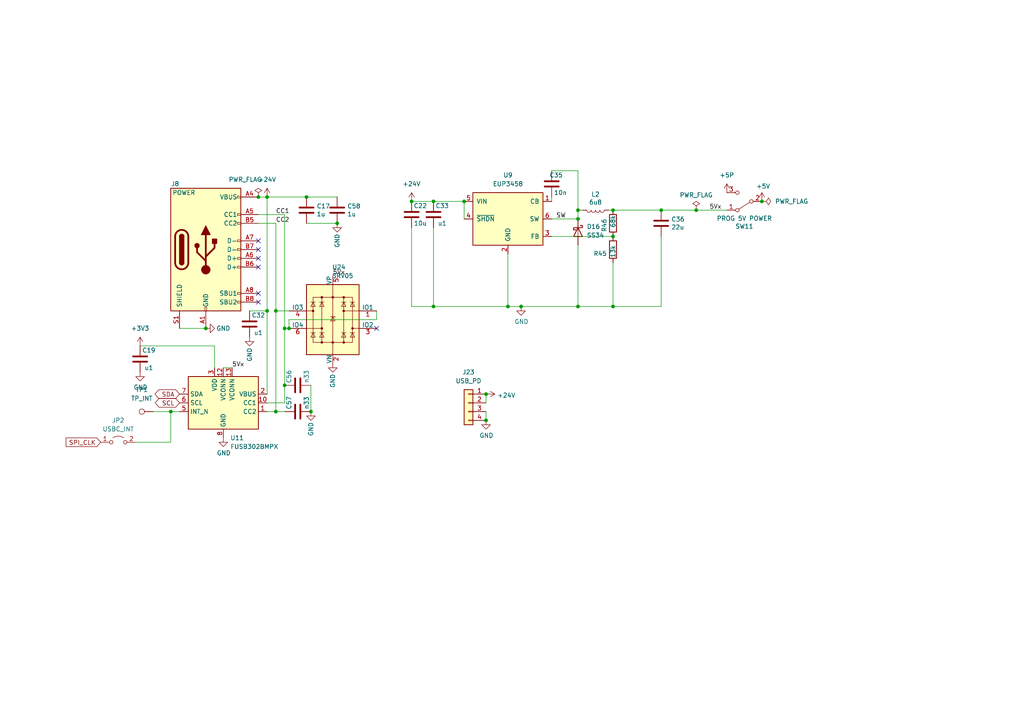
<source format=kicad_sch>
(kicad_sch (version 20211123) (generator eeschema)
  (paper "A4")
  (lib_symbols
    (symbol "Connector:TestPoint" (pin_numbers hide) (pin_names (offset 0.762) hide)
      (property "Reference" "TP" (at 0 6.858 0))
      (property "Value" "TestPoint" (at 0 5.08 0))
      (symbol "TestPoint_0_1"
        (circle (center 0 3.302) (radius 0.762))
      )
      (symbol "TestPoint_1_1"
        (pin passive line (at 0 0 90) (length 2.54) (name "1") (number "1"))
      )
    )
    (symbol "Connector:USB_C_Receptacle_USB2.0" (pin_names (offset 1.016))
      (property "Reference" "J" (at -10.16 19.05 0))
      (property "Value" "USB_C_Receptacle_USB2.0" (at 19.05 19.05 0))
      (symbol "USB_C_Receptacle_USB2.0_0_0"
        (rectangle (start -0.254 -17.78) (end 0.254 -16.764))
        (rectangle (start 10.16 -14.986) (end 9.144 -15.494))
        (rectangle (start 10.16 -12.446) (end 9.144 -12.954))
        (rectangle (start 10.16 -4.826) (end 9.144 -5.334))
        (rectangle (start 10.16 -2.286) (end 9.144 -2.794))
        (rectangle (start 10.16 0.254) (end 9.144 -0.254))
        (rectangle (start 10.16 2.794) (end 9.144 2.286))
        (rectangle (start 10.16 7.874) (end 9.144 7.366))
        (rectangle (start 10.16 10.414) (end 9.144 9.906))
        (rectangle (start 10.16 15.494) (end 9.144 14.986))
      )
      (symbol "USB_C_Receptacle_USB2.0_0_1"
        (rectangle (start -10.16 17.78) (end 10.16 -17.78) (stroke (width 0.254)) (fill (type background)))
        (arc (start -8.89 -3.81) (mid -6.985 -5.715) (end -5.08 -3.81) (stroke (width 0.508)))
        (arc (start -7.62 -3.81) (mid -6.985 -4.445) (end -6.35 -3.81) (stroke (width 0.254)))
        (arc (start -7.62 -3.81) (mid -6.985 -4.445) (end -6.35 -3.81) (stroke (width 0.254)) (fill (type outline)))
        (rectangle (start -7.62 -3.81) (end -6.35 3.81) (stroke (width 0.254)) (fill (type outline)))
        (arc (start -6.35 3.81) (mid -6.985 4.445) (end -7.62 3.81) (stroke (width 0.254)))
        (arc (start -6.35 3.81) (mid -6.985 4.445) (end -7.62 3.81) (stroke (width 0.254)) (fill (type outline)))
        (arc (start -5.08 3.81) (mid -6.985 5.715) (end -8.89 3.81) (stroke (width 0.508)))
        (circle (center -2.54 1.143) (radius 0.635) (stroke (width 0.254)) (fill (type outline)))
        (circle (center 0 -5.842) (radius 1.27) (fill (type outline)))
        (polyline (pts (xy -8.89 -3.81) (xy -8.89 3.81)) (stroke (width 0.508)))
        (polyline (pts (xy -5.08 3.81) (xy -5.08 -3.81)) (stroke (width 0.508)))
        (polyline (pts (xy 0 -5.842) (xy 0 4.318)) (stroke (width 0.508)))
        (polyline (pts (xy 0 -3.302) (xy -2.54 -0.762) (xy -2.54 0.508)) (stroke (width 0.508)))
        (polyline (pts (xy 0 -2.032) (xy 2.54 0.508) (xy 2.54 1.778)) (stroke (width 0.508)))
        (polyline (pts (xy -1.27 4.318) (xy 0 6.858) (xy 1.27 4.318) (xy -1.27 4.318)) (stroke (width 0.254)) (fill (type outline)))
        (rectangle (start 1.905 1.778) (end 3.175 3.048) (stroke (width 0.254)) (fill (type outline)))
      )
      (symbol "USB_C_Receptacle_USB2.0_1_1"
        (pin passive line (at 0 -22.86 90) (length 5.08) (name "GND") (number "A1"))
        (pin passive line (at 0 -22.86 90) (length 5.08) hide (name "GND") (number "A12"))
        (pin passive line (at 15.24 15.24 180) (length 5.08) (name "VBUS") (number "A4"))
        (pin bidirectional line (at 15.24 10.16 180) (length 5.08) (name "CC1") (number "A5"))
        (pin bidirectional line (at 15.24 -2.54 180) (length 5.08) (name "D+") (number "A6"))
        (pin bidirectional line (at 15.24 2.54 180) (length 5.08) (name "D-") (number "A7"))
        (pin bidirectional line (at 15.24 -12.7 180) (length 5.08) (name "SBU1") (number "A8"))
        (pin passive line (at 15.24 15.24 180) (length 5.08) hide (name "VBUS") (number "A9"))
        (pin passive line (at 0 -22.86 90) (length 5.08) hide (name "GND") (number "B1"))
        (pin passive line (at 0 -22.86 90) (length 5.08) hide (name "GND") (number "B12"))
        (pin passive line (at 15.24 15.24 180) (length 5.08) hide (name "VBUS") (number "B4"))
        (pin bidirectional line (at 15.24 7.62 180) (length 5.08) (name "CC2") (number "B5"))
        (pin bidirectional line (at 15.24 -5.08 180) (length 5.08) (name "D+") (number "B6"))
        (pin bidirectional line (at 15.24 0 180) (length 5.08) (name "D-") (number "B7"))
        (pin bidirectional line (at 15.24 -15.24 180) (length 5.08) (name "SBU2") (number "B8"))
        (pin passive line (at 15.24 15.24 180) (length 5.08) hide (name "VBUS") (number "B9"))
        (pin passive line (at -7.62 -22.86 90) (length 5.08) (name "SHIELD") (number "S1"))
      )
    )
    (symbol "Connector_Generic:Conn_01x04" (pin_names (offset 1.016) hide)
      (property "Reference" "J" (at 0 5.08 0))
      (property "Value" "Conn_01x04" (at 0 -7.62 0))
      (symbol "Conn_01x04_1_1"
        (rectangle (start -1.27 -4.953) (end 0 -5.207) (stroke (width 0.1524)))
        (rectangle (start -1.27 -2.413) (end 0 -2.667) (stroke (width 0.1524)))
        (rectangle (start -1.27 0.127) (end 0 -0.127) (stroke (width 0.1524)))
        (rectangle (start -1.27 2.667) (end 0 2.413) (stroke (width 0.1524)))
        (rectangle (start -1.27 3.81) (end 1.27 -6.35) (stroke (width 0.254)) (fill (type background)))
        (pin passive line (at -5.08 2.54 0) (length 3.81) (name "Pin_1") (number "1"))
        (pin passive line (at -5.08 0 0) (length 3.81) (name "Pin_2") (number "2"))
        (pin passive line (at -5.08 -2.54 0) (length 3.81) (name "Pin_3") (number "3"))
        (pin passive line (at -5.08 -5.08 0) (length 3.81) (name "Pin_4") (number "4"))
      )
    )
    (symbol "Device:C" (pin_numbers hide) (pin_names (offset 0.254))
      (property "Reference" "C" (at 0.635 2.54 0))
      (property "Value" "C" (at 0.635 -2.54 0))
      (symbol "C_0_1"
        (polyline (pts (xy -2.032 -0.762) (xy 2.032 -0.762)) (stroke (width 0.508)))
        (polyline (pts (xy -2.032 0.762) (xy 2.032 0.762)) (stroke (width 0.508)))
      )
      (symbol "C_1_1"
        (pin passive line (at 0 3.81 270) (length 2.794) (name "~") (number "1"))
        (pin passive line (at 0 -3.81 90) (length 2.794) (name "~") (number "2"))
      )
    )
    (symbol "Device:D_Schottky" (pin_numbers hide) (pin_names (offset 1.016) hide)
      (property "Reference" "D" (at 0 2.54 0))
      (property "Value" "D_Schottky" (at 0 -2.54 0))
      (symbol "D_Schottky_0_1"
        (polyline (pts (xy 1.27 0) (xy -1.27 0)))
        (polyline (pts (xy 1.27 1.27) (xy 1.27 -1.27) (xy -1.27 0) (xy 1.27 1.27)) (stroke (width 0.254)))
        (polyline (pts (xy -1.905 0.635) (xy -1.905 1.27) (xy -1.27 1.27) (xy -1.27 -1.27) (xy -0.635 -1.27) (xy -0.635 -0.635)) (stroke (width 0.254)))
      )
      (symbol "D_Schottky_1_1"
        (pin passive line (at -3.81 0 0) (length 2.54) (name "K") (number "1"))
        (pin passive line (at 3.81 0 180) (length 2.54) (name "A") (number "2"))
      )
    )
    (symbol "Device:L" (pin_numbers hide) (pin_names (offset 1.016) hide)
      (property "Reference" "L" (at -1.27 0 90))
      (property "Value" "L" (at 1.905 0 90))
      (symbol "L_0_1"
        (arc (start 0 -2.54) (mid 0.635 -1.905) (end 0 -1.27))
        (arc (start 0 -1.27) (mid 0.635 -0.635) (end 0 0))
        (arc (start 0 0) (mid 0.635 0.635) (end 0 1.27))
        (arc (start 0 1.27) (mid 0.635 1.905) (end 0 2.54))
      )
      (symbol "L_1_1"
        (pin passive line (at 0 3.81 270) (length 1.27) (name "1") (number "1"))
        (pin passive line (at 0 -3.81 90) (length 1.27) (name "2") (number "2"))
      )
    )
    (symbol "Device:R" (pin_numbers hide) (pin_names (offset 0))
      (property "Reference" "R" (at 2.032 0 90))
      (property "Value" "R" (at 0 0 90))
      (symbol "R_0_1"
        (rectangle (start -1.016 -2.54) (end 1.016 2.54) (stroke (width 0.254)))
      )
      (symbol "R_1_1"
        (pin passive line (at 0 3.81 270) (length 1.27) (name "~") (number "1"))
        (pin passive line (at 0 -3.81 90) (length 1.27) (name "~") (number "2"))
      )
    )
    (symbol "Interface_USB:FUSB302BMPX"
      (property "Reference" "U" (at -10.16 8.89 0))
      (property "Value" "FUSB302BMPX" (at 3.81 8.89 0))
      (symbol "FUSB302BMPX_0_1"
        (rectangle (start -10.16 7.62) (end 10.16 -7.62) (stroke (width 0.254)) (fill (type background)))
      )
      (symbol "FUSB302BMPX_1_1"
        (pin bidirectional line (at 12.7 -2.54 180) (length 2.54) (name "CC2") (number "1"))
        (pin bidirectional line (at 12.7 0 180) (length 2.54) (name "CC1") (number "10"))
        (pin bidirectional line (at 12.7 0 180) (length 2.54) hide (name "CC1") (number "11"))
        (pin power_in line (at 0 10.16 270) (length 2.54) (name "VCONN") (number "12"))
        (pin power_in line (at 2.54 10.16 270) (length 2.54) (name "VCONN") (number "13"))
        (pin bidirectional line (at 12.7 -2.54 180) (length 2.54) hide (name "CC2") (number "14"))
        (pin passive line (at 0 -10.16 90) (length 2.54) hide (name "GND") (number "15"))
        (pin input line (at 12.7 2.54 180) (length 2.54) (name "VBUS") (number "2"))
        (pin power_in line (at -2.54 10.16 270) (length 2.54) (name "VDD") (number "3"))
        (pin passive line (at -2.54 10.16 270) (length 2.54) hide (name "VDD") (number "4"))
        (pin open_collector line (at -12.7 -2.54 0) (length 2.54) (name "INT_N") (number "5"))
        (pin input line (at -12.7 0 0) (length 2.54) (name "SCL") (number "6"))
        (pin bidirectional line (at -12.7 2.54 0) (length 2.54) (name "SDA") (number "7"))
        (pin power_in line (at 0 -10.16 90) (length 2.54) (name "GND") (number "8"))
        (pin passive line (at 0 -10.16 90) (length 2.54) hide (name "GND") (number "9"))
      )
    )
    (symbol "Jumper:Jumper_2_Open" (pin_names (offset 0) hide)
      (property "Reference" "JP" (at 0 2.794 0))
      (property "Value" "Jumper_2_Open" (at 0 -2.286 0))
      (symbol "Jumper_2_Open_0_0"
        (circle (center -2.032 0) (radius 0.508))
        (circle (center 2.032 0) (radius 0.508))
      )
      (symbol "Jumper_2_Open_0_1"
        (arc (start 1.524 1.27) (mid 0 1.778) (end -1.524 1.27))
      )
      (symbol "Jumper_2_Open_1_1"
        (pin passive line (at -5.08 0 0) (length 2.54) (name "A") (number "1"))
        (pin passive line (at 5.08 0 180) (length 2.54) (name "B") (number "2"))
      )
    )
    (symbol "Power_Protection:SRV05-4" (pin_names (offset 0))
      (property "Reference" "U" (at -5.08 11.43 0))
      (property "Value" "SRV05-4" (at 2.54 11.43 0))
      (symbol "SRV05-4_0_0"
        (rectangle (start -5.715 6.477) (end 5.715 -6.604))
        (polyline (pts (xy -3.175 -6.604) (xy -3.175 6.477)))
        (polyline (pts (xy 3.175 6.477) (xy 3.175 -6.604)))
      )
      (symbol "SRV05-4_0_1"
        (rectangle (start -7.62 10.16) (end 7.62 -10.16) (stroke (width 0.254)) (fill (type background)))
        (circle (center -5.715 -2.54) (radius 0.2794) (fill (type outline)))
        (circle (center -3.175 -6.604) (radius 0.2794) (fill (type outline)))
        (circle (center -3.175 2.54) (radius 0.2794) (fill (type outline)))
        (circle (center -3.175 6.477) (radius 0.2794) (fill (type outline)))
        (circle (center 0 -6.604) (radius 0.2794) (fill (type outline)))
        (polyline (pts (xy -7.747 2.54) (xy -3.175 2.54)))
        (polyline (pts (xy -7.62 -2.54) (xy -5.715 -2.54)))
        (polyline (pts (xy -5.08 -3.81) (xy -6.35 -3.81)))
        (polyline (pts (xy -5.08 5.08) (xy -6.35 5.08)))
        (polyline (pts (xy -2.54 -3.81) (xy -3.81 -3.81)))
        (polyline (pts (xy -2.54 5.08) (xy -3.81 5.08)))
        (polyline (pts (xy 0 10.16) (xy 0 -10.16)))
        (polyline (pts (xy 3.81 -3.81) (xy 2.54 -3.81)))
        (polyline (pts (xy 3.81 5.08) (xy 2.54 5.08)))
        (polyline (pts (xy 6.35 -3.81) (xy 5.08 -3.81)))
        (polyline (pts (xy 6.35 5.08) (xy 5.08 5.08)))
        (polyline (pts (xy 7.62 -2.54) (xy 3.175 -2.54)))
        (polyline (pts (xy 7.62 2.54) (xy 5.715 2.54)))
        (polyline (pts (xy 0.635 0.889) (xy -0.635 0.889) (xy -0.635 0.635)))
        (polyline (pts (xy -5.08 -5.08) (xy -6.35 -5.08) (xy -5.715 -3.81) (xy -5.08 -5.08)))
        (polyline (pts (xy -5.08 3.81) (xy -6.35 3.81) (xy -5.715 5.08) (xy -5.08 3.81)))
        (polyline (pts (xy -2.54 -5.08) (xy -3.81 -5.08) (xy -3.175 -3.81) (xy -2.54 -5.08)))
        (polyline (pts (xy -2.54 3.81) (xy -3.81 3.81) (xy -3.175 5.08) (xy -2.54 3.81)))
        (polyline (pts (xy 0.635 -0.381) (xy -0.635 -0.381) (xy 0 0.889) (xy 0.635 -0.381)))
        (polyline (pts (xy 3.81 -5.08) (xy 2.54 -5.08) (xy 3.175 -3.81) (xy 3.81 -5.08)))
        (polyline (pts (xy 3.81 3.81) (xy 2.54 3.81) (xy 3.175 5.08) (xy 3.81 3.81)))
        (polyline (pts (xy 6.35 -5.08) (xy 5.08 -5.08) (xy 5.715 -3.81) (xy 6.35 -5.08)))
        (polyline (pts (xy 6.35 3.81) (xy 5.08 3.81) (xy 5.715 5.08) (xy 6.35 3.81)))
        (circle (center 0 6.477) (radius 0.2794) (fill (type outline)))
        (circle (center 3.175 -6.604) (radius 0.2794) (fill (type outline)))
        (circle (center 3.175 -2.54) (radius 0.2794) (fill (type outline)))
        (circle (center 3.175 6.477) (radius 0.2794) (fill (type outline)))
        (circle (center 5.715 2.54) (radius 0.2794) (fill (type outline)))
      )
      (symbol "SRV05-4_1_1"
        (pin passive line (at -12.7 2.54 0) (length 5.08) (name "IO1") (number "1"))
        (pin passive line (at 0 -12.7 90) (length 2.54) (name "VN") (number "2"))
        (pin passive line (at -12.7 -2.54 0) (length 5.08) (name "IO2") (number "3"))
        (pin passive line (at 12.7 2.54 180) (length 5.08) (name "IO3") (number "4"))
        (pin passive line (at 0 12.7 270) (length 2.54) (name "VP") (number "5"))
        (pin passive line (at 12.7 -2.54 180) (length 5.08) (name "IO4") (number "6"))
      )
    )
    (symbol "Regulator_Switching:LMR14206" (pin_names (offset 1.016))
      (property "Reference" "U" (at -10.16 11.43 0))
      (property "Value" "LMR14206" (at -10.16 8.89 0))
      (symbol "LMR14206_0_1"
        (rectangle (start -10.16 7.62) (end 10.16 -7.62) (stroke (width 0.254)) (fill (type background)))
      )
      (symbol "LMR14206_1_1"
        (pin input line (at 12.7 5.08 180) (length 2.54) (name "CB") (number "1"))
        (pin power_in line (at 0 -10.16 90) (length 2.54) (name "GND") (number "2"))
        (pin input line (at 12.7 -5.08 180) (length 2.54) (name "FB") (number "3"))
        (pin input line (at -12.7 0 0) (length 2.54) (name "~{SHDN}") (number "4"))
        (pin power_in line (at -12.7 5.08 0) (length 2.54) (name "VIN") (number "5"))
        (pin output line (at 12.7 0 180) (length 2.54) (name "SW") (number "6"))
      )
    )
    (symbol "Switch:SW_SPDT" (pin_names (offset 0) hide)
      (property "Reference" "SW" (at 0 4.318 0))
      (property "Value" "SW_SPDT" (at 0 -5.08 0))
      (symbol "SW_SPDT_0_0"
        (circle (center -2.032 0) (radius 0.508))
        (circle (center 2.032 -2.54) (radius 0.508))
      )
      (symbol "SW_SPDT_0_1"
        (polyline (pts (xy -1.524 0.254) (xy 1.651 2.286)))
        (circle (center 2.032 2.54) (radius 0.508))
      )
      (symbol "SW_SPDT_1_1"
        (pin passive line (at 5.08 2.54 180) (length 2.54) (name "A") (number "1"))
        (pin passive line (at -5.08 0 0) (length 2.54) (name "B") (number "2"))
        (pin passive line (at 5.08 -2.54 180) (length 2.54) (name "C") (number "3"))
      )
    )
    (symbol "power:+24V" (power) (pin_names (offset 0))
      (property "Value" "+24V" (at 0 3.556 0))
      (symbol "+24V_0_1"
        (polyline (pts (xy -0.762 1.27) (xy 0 2.54)))
        (polyline (pts (xy 0 0) (xy 0 2.54)))
        (polyline (pts (xy 0 2.54) (xy 0.762 1.27)))
      )
      (symbol "+24V_1_1"
        (pin power_in line (at 0 0 90) (length 0) hide (name "+24V") (number "1"))
      )
    )
    (symbol "power:+3V3" (power) (pin_names (offset 0))
      (property "Value" "+3V3" (at 0 3.556 0))
      (symbol "+3V3_0_1"
        (polyline (pts (xy -0.762 1.27) (xy 0 2.54)))
        (polyline (pts (xy 0 0) (xy 0 2.54)))
        (polyline (pts (xy 0 2.54) (xy 0.762 1.27)))
      )
      (symbol "+3V3_1_1"
        (pin power_in line (at 0 0 90) (length 0) hide (name "+3V3") (number "1"))
      )
    )
    (symbol "power:+5P" (power) (pin_names (offset 0))
      (property "Value" "+5P" (at 0 3.556 0))
      (symbol "+5P_0_1"
        (polyline (pts (xy -0.762 1.27) (xy 0 2.54)))
        (polyline (pts (xy 0 0) (xy 0 2.54)))
        (polyline (pts (xy 0 2.54) (xy 0.762 1.27)))
      )
      (symbol "+5P_1_1"
        (pin power_in line (at 0 0 90) (length 0) hide (name "+5P") (number "1"))
      )
    )
    (symbol "power:+5V" (power) (pin_names (offset 0))
      (property "Value" "+5V" (at 0 3.556 0))
      (symbol "+5V_0_1"
        (polyline (pts (xy -0.762 1.27) (xy 0 2.54)))
        (polyline (pts (xy 0 0) (xy 0 2.54)))
        (polyline (pts (xy 0 2.54) (xy 0.762 1.27)))
      )
      (symbol "+5V_1_1"
        (pin power_in line (at 0 0 90) (length 0) hide (name "+5V") (number "1"))
      )
    )
    (symbol "power:GND" (power) (pin_names (offset 0))
      (property "Value" "GND" (at 0 -3.81 0))
      (symbol "GND_0_1"
        (polyline (pts (xy 0 0) (xy 0 -1.27) (xy 1.27 -1.27) (xy 0 -2.54) (xy -1.27 -1.27) (xy 0 -1.27)))
      )
      (symbol "GND_1_1"
        (pin power_in line (at 0 0 270) (length 0) hide (name "GND") (number "1"))
      )
    )
    (symbol "power:PWR_FLAG" (power) (pin_numbers hide) (pin_names (offset 0) hide)
      (property "Value" "PWR_FLAG" (at 0 3.81 0))
      (symbol "PWR_FLAG_0_0"
        (pin power_out line (at 0 0 90) (length 0) (name "pwr") (number "1"))
      )
      (symbol "PWR_FLAG_0_1"
        (polyline (pts (xy 0 0) (xy 0 1.27) (xy -1.016 1.905) (xy 0 2.54) (xy 1.016 1.905) (xy 0 1.27)))
      )
    )
  )
  (junction (at 167.64 88.9))
  (junction (at 140.97 114.3))
  (junction (at 167.64 60.96))
  (junction (at 151.13 88.9))
  (junction (at 220.98 58.42))
  (junction (at 140.97 121.92))
  (junction (at 82.55 95.25))
  (junction (at 83.82 95.25))
  (junction (at 80.01 119.38))
  (junction (at 125.73 88.9))
  (junction (at 80.01 90.17))
  (junction (at 97.79 64.77))
  (junction (at 77.47 90.17))
  (junction (at 59.69 95.25))
  (junction (at 147.32 88.9))
  (junction (at 177.8 88.9))
  (junction (at 88.9 57.15))
  (junction (at 177.8 68.58))
  (junction (at 82.55 111.76))
  (junction (at 201.93 60.96))
  (junction (at 177.8 60.96))
  (junction (at 77.47 57.15))
  (junction (at 90.17 119.38))
  (junction (at 167.64 63.5))
  (junction (at 74.93 57.15))
  (junction (at 125.73 58.42))
  (junction (at 134.62 58.42))
  (junction (at 119.38 58.42))
  (junction (at 49.53 119.38))
  (junction (at 191.77 60.96))
  (no_connect (at 74.93 77.47))
  (no_connect (at 74.93 74.93))
  (no_connect (at 74.93 85.09))
  (no_connect (at 74.93 69.85))
  (no_connect (at 74.93 87.63))
  (no_connect (at 74.93 72.39))
  (no_connect (at 109.22 95.25))
  (wire (pts (xy 88.9 64.77) (xy 97.79 64.77)))
  (wire (pts (xy 82.55 62.23) (xy 82.55 95.25)))
  (wire (pts (xy 83.82 95.25) (xy 83.82 92.71)))
  (wire (pts (xy 191.77 68.58) (xy 191.77 88.9)))
  (wire (pts (xy 176.53 60.96) (xy 177.8 60.96)))
  (wire (pts (xy 74.93 62.23) (xy 82.55 62.23)))
  (wire (pts (xy 49.53 128.27) (xy 39.37 128.27)))
  (wire (pts (xy 80.01 119.38) (xy 82.55 119.38)))
  (wire (pts (xy 80.01 64.77) (xy 80.01 90.17)))
  (wire (pts (xy 191.77 60.96) (xy 201.93 60.96)))
  (wire (pts (xy 191.77 88.9) (xy 177.8 88.9)))
  (wire (pts (xy 168.91 60.96) (xy 167.64 60.96)))
  (wire (pts (xy 88.9 57.15) (xy 97.79 57.15)))
  (wire (pts (xy 77.47 57.15) (xy 77.47 90.17)))
  (wire (pts (xy 167.64 71.12) (xy 167.64 88.9)))
  (wire (pts (xy 62.23 100.33) (xy 62.23 106.68)))
  (wire (pts (xy 80.01 119.38) (xy 77.47 119.38)))
  (wire (pts (xy 80.01 90.17) (xy 83.82 90.17)))
  (wire (pts (xy 64.77 106.68) (xy 67.31 106.68)))
  (wire (pts (xy 160.02 57.15) (xy 160.02 58.42)))
  (wire (pts (xy 82.55 95.25) (xy 82.55 111.76)))
  (wire (pts (xy 119.38 66.04) (xy 119.38 88.9)))
  (wire (pts (xy 140.97 114.3) (xy 140.97 116.84)))
  (wire (pts (xy 82.55 116.84) (xy 77.47 116.84)))
  (wire (pts (xy 82.55 111.76) (xy 82.55 116.84)))
  (wire (pts (xy 80.01 90.17) (xy 80.01 119.38)))
  (wire (pts (xy 72.39 90.17) (xy 77.47 90.17)))
  (wire (pts (xy 134.62 58.42) (xy 134.62 63.5)))
  (wire (pts (xy 83.82 92.71) (xy 109.22 92.71)))
  (wire (pts (xy 125.73 88.9) (xy 147.32 88.9)))
  (wire (pts (xy 160.02 68.58) (xy 177.8 68.58)))
  (wire (pts (xy 201.93 60.96) (xy 210.82 60.96)))
  (wire (pts (xy 147.32 73.66) (xy 147.32 88.9)))
  (wire (pts (xy 167.64 49.53) (xy 167.64 60.96)))
  (wire (pts (xy 177.8 60.96) (xy 191.77 60.96)))
  (wire (pts (xy 74.93 64.77) (xy 80.01 64.77)))
  (wire (pts (xy 40.64 100.33) (xy 62.23 100.33)))
  (wire (pts (xy 125.73 66.04) (xy 125.73 88.9)))
  (wire (pts (xy 74.93 57.15) (xy 77.47 57.15)))
  (wire (pts (xy 140.97 119.38) (xy 140.97 121.92)))
  (wire (pts (xy 147.32 88.9) (xy 151.13 88.9)))
  (wire (pts (xy 49.53 119.38) (xy 49.53 128.27)))
  (wire (pts (xy 119.38 58.42) (xy 125.73 58.42)))
  (wire (pts (xy 49.53 119.38) (xy 52.07 119.38)))
  (wire (pts (xy 77.47 57.15) (xy 88.9 57.15)))
  (wire (pts (xy 77.47 90.17) (xy 77.47 114.3)))
  (wire (pts (xy 119.38 88.9) (xy 125.73 88.9)))
  (wire (pts (xy 52.07 95.25) (xy 59.69 95.25)))
  (wire (pts (xy 82.55 95.25) (xy 83.82 95.25)))
  (wire (pts (xy 167.64 63.5) (xy 167.64 60.96)))
  (wire (pts (xy 151.13 88.9) (xy 167.64 88.9)))
  (wire (pts (xy 160.02 49.53) (xy 167.64 49.53)))
  (wire (pts (xy 177.8 88.9) (xy 177.8 76.2)))
  (wire (pts (xy 167.64 88.9) (xy 177.8 88.9)))
  (wire (pts (xy 134.62 58.42) (xy 125.73 58.42)))
  (wire (pts (xy 90.17 111.76) (xy 90.17 119.38)))
  (wire (pts (xy 109.22 90.17) (xy 109.22 92.71)))
  (wire (pts (xy 160.02 63.5) (xy 167.64 63.5)))
  (wire (pts (xy 44.45 119.38) (xy 49.53 119.38)))
  (label "CC1" (at 80.01 62.23 0))
  (label "5Vx" (at 96.52 80.01 0))
  (label "5Vx" (at 67.31 106.68 0))
  (label "SW" (at 161.29 63.5 0))
  (label "5Vx" (at 205.74 60.96 0))
  (label "CC2" (at 80.01 64.77 0))
  (global_label "SDA" (shape bidirectional) (at 52.07 114.3 180) (property "Intersheet References" "${INTERSHEET_REFS}" (effects hide)))
  (global_label "SCL" (shape bidirectional) (at 52.07 116.84 180) (property "Intersheet References" "${INTERSHEET_REFS}" (effects hide)))
  (global_label "SPI_CLK" (shape input) (at 29.21 128.27 180) (property "Intersheet References" "${INTERSHEET_REFS}" (effects hide)))
  (symbol (lib_id "power:GND") (at 151.13 88.9 0) (unit 1)
    (property "Reference" "#PWR021" (effects hide))
    (property "Value" "GND" (at 151.257 93.2942 0))
  )
  (symbol (lib_id "Device:C") (at 125.73 62.23 180) (unit 1)
    (property "Reference" "C33" (at 128.27 59.69 0))
    (property "Value" "u1" (at 128.27 64.77 0))
    (property "Footprint" "Capacitor_SMD:C_0603_1608Metric" (effects hide))
  )
  (symbol (lib_id "Device:C") (at 119.38 62.23 180) (unit 1)
    (property "Reference" "C22" (at 121.92 59.69 0))
    (property "Value" "10u" (at 121.92 64.77 0))
    (property "Footprint" "Capacitor_SMD:C_1206_3216Metric" (effects hide))
  )
  (symbol (lib_id "Device:C") (at 191.77 64.77 0) (unit 1)
    (property "Reference" "C36" (at 194.691 63.6016 0) (effects (justify left)))
    (property "Value" "22u" (at 194.691 65.913 0) (effects (justify left)))
    (property "Footprint" "Capacitor_SMD:C_0603_1608Metric" (effects hide))
  )
  (symbol (lib_id "power:PWR_FLAG") (at 201.93 60.96 0) (unit 1)
    (property "Reference" "#FLG01" (effects hide))
    (property "Value" "PWR_FLAG" (at 201.93 56.5658 0))
  )
  (symbol (lib_id "Device:C") (at 160.02 53.34 180) (unit 1)
    (property "Reference" "C35" (at 161.29 50.8 0))
    (property "Value" "10n" (at 162.56 55.88 0))
    (property "Footprint" "Capacitor_SMD:C_0603_1608Metric" (effects hide))
  )
  (symbol (lib_id "Device:L") (at 172.72 60.96 270) (unit 1)
    (property "Reference" "L2" (at 172.72 56.3626 90))
    (property "Value" "6u8" (at 172.72 58.674 90))
    (property "Footprint" "Inductor_SMD:L_Abracon_ASPI-0630LR" (effects hide))
    (property "Datasheet" "C408449" (effects hide))
  )
  (symbol (lib_id "Device:R") (at 177.8 64.77 0) (unit 1)
    (property "Reference" "R46" (at 175.26 67.31 90) (effects (justify left)))
    (property "Value" "68k" (at 177.8 66.04 90) (effects (justify left)))
    (property "Footprint" "Resistor_SMD:R_0603_1608Metric" (effects hide))
  )
  (symbol (lib_id "Device:R") (at 177.8 72.39 180) (unit 1)
    (property "Reference" "R45" (at 176.022 73.5584 0) (effects (justify left)))
    (property "Value" "13k" (at 177.8 71.12 90) (effects (justify left)))
    (property "Footprint" "Resistor_SMD:R_0603_1608Metric" (effects hide))
  )
  (symbol (lib_id "Switch:SW_SPDT") (at 215.9 58.42 180) (unit 1)
    (property "Reference" "SW11" (at 215.9 65.659 0))
    (property "Value" "PROG 5V POWER" (at 215.9 63.3476 0))
    (property "Footprint" "liebler_MECH:Switch_SS12D00" (effects hide))
  )
  (symbol (lib_id "power:+5V") (at 220.98 58.42 0) (unit 1)
    (property "Reference" "#PWR022" (effects hide))
    (property "Value" "+5V" (at 221.361 54.0258 0))
  )
  (symbol (lib_id "power:PWR_FLAG") (at 220.98 58.42 270) (unit 1)
    (property "Reference" "#FLG0103" (effects hide))
    (property "Value" "PWR_FLAG" (at 224.79 58.4199 90) (effects (justify left)))
  )
  (symbol (lib_id "power:+3V3") (at 40.64 100.33 0) (unit 1)
    (property "Reference" "#PWR0114" (effects hide))
    (property "Value" "+3V3" (at 40.64 95.25 0))
  )
  (symbol (lib_id "Jumper:Jumper_2_Open") (at 34.29 128.27 0) (unit 1)
    (property "Reference" "JP2" (at 34.29 121.92 0))
    (property "Value" "USBC_INT" (at 34.29 124.46 0))
    (property "Footprint" "liebler_CONN:Jumper_Trace_025x150x015" (effects hide))
  )
  (symbol (lib_id "Device:C") (at 40.64 104.14 180) (unit 1)
    (property "Reference" "C19" (at 43.18 101.6 0))
    (property "Value" "u1" (at 43.18 106.68 0))
    (property "Footprint" "Capacitor_SMD:C_0603_1608Metric" (effects hide))
  )
  (symbol (lib_id "power:+24V") (at 77.47 57.15 0) (unit 1)
    (property "Reference" "#PWR075" (effects hide))
    (property "Value" "+24V" (at 77.47 52.07 0))
  )
  (symbol (lib_id "Device:C") (at 86.36 111.76 270) (unit 1)
    (property "Reference" "C56" (at 83.82 109.22 0))
    (property "Value" "n33" (at 88.9 109.22 0))
    (property "Footprint" "Capacitor_SMD:C_0603_1608Metric" (effects hide))
  )
  (symbol (lib_id "power:GND") (at 64.77 127 0) (unit 1)
    (property "Reference" "#PWR073" (effects hide))
    (property "Value" "GND" (at 64.897 131.3942 0))
  )
  (symbol (lib_id "power:GND") (at 59.69 95.25 90) (unit 1)
    (property "Reference" "#PWR0113" (effects hide))
    (property "Value" "GND" (at 64.77 95.25 90))
  )
  (symbol (lib_id "Device:D_Schottky") (at 167.64 67.31 270) (unit 1)
    (property "Reference" "D16" (at 170.18 65.7224 90) (effects (justify left)))
    (property "Value" "SS34" (at 170.18 68.2624 90) (effects (justify left)))
    (property "Footprint" "Diode_SMD:D_SMA" (effects hide))
  )
  (symbol (lib_id "power:GND") (at 96.52 105.41 0) (unit 1)
    (property "Reference" "#PWR077" (effects hide))
    (property "Value" "GND" (at 96.52 110.49 90))
  )
  (symbol (lib_id "Connector_Generic:Conn_01x04") (at 135.89 116.84 0) (mirror y) (unit 1)
    (property "Reference" "J23" (at 135.89 107.95 0))
    (property "Value" "USB_PD" (at 135.89 110.49 0))
    (property "Footprint" "Connector_PinHeader_2.54mm:PinHeader_1x04_P2.54mm_Vertical" (effects hide))
  )
  (symbol (lib_id "power:PWR_FLAG") (at 74.93 57.15 0) (unit 1)
    (property "Reference" "#FLG0108" (effects hide))
    (property "Value" "PWR_FLAG" (at 71.12 52.07 0))
  )
  (symbol (lib_id "Power_Protection:SRV05-4") (at 96.52 92.71 0) (mirror y) (unit 1)
    (property "Reference" "U24" (at 96.2913 77.47 0) (effects (justify right)))
    (property "Value" "SRV05" (at 96.2913 80.01 0) (effects (justify right)))
    (property "Footprint" "Package_TO_SOT_SMD:SOT-23-6" (effects hide))
    (property "Datasheet" "http://www.onsemi.com/pub/Collateral/SRV05-4-D.PDF" (effects hide))
  )
  (symbol (lib_id "Device:C") (at 88.9 60.96 0) (unit 1)
    (property "Reference" "C17" (at 91.821 59.7916 0) (effects (justify left)))
    (property "Value" "1u" (at 91.821 62.103 0) (effects (justify left)))
    (property "Footprint" "Capacitor_SMD:C_1206_3216Metric" (effects hide))
  )
  (symbol (lib_id "Device:C") (at 72.39 93.98 180) (unit 1)
    (property "Reference" "C32" (at 74.93 91.44 0))
    (property "Value" "u1" (at 74.93 96.52 0))
    (property "Footprint" "Capacitor_SMD:C_0603_1608Metric" (effects hide))
  )
  (symbol (lib_id "Device:C") (at 97.79 60.96 0) (unit 1)
    (property "Reference" "C58" (at 100.711 59.7916 0) (effects (justify left)))
    (property "Value" "1u" (at 100.711 62.103 0) (effects (justify left)))
    (property "Footprint" "Capacitor_SMD:C_1206_3216Metric" (effects hide))
  )
  (symbol (lib_id "power:GND") (at 90.17 119.38 0) (unit 1)
    (property "Reference" "#PWR076" (effects hide))
    (property "Value" "GND" (at 90.17 124.46 90))
  )
  (symbol (lib_id "Interface_USB:FUSB302BMPX") (at 64.77 116.84 0) (unit 1)
    (property "Reference" "U11" (at 66.7894 127 0) (effects (justify left)))
    (property "Value" "FUSB302BMPX" (at 66.7894 129.54 0) (effects (justify left)))
    (property "Footprint" "Package_DFN_QFN:WQFN-14-1EP_2.5x2.5mm_P0.5mm_EP1.45x1.45mm" (effects hide))
    (property "Datasheet" "http://www.onsemi.com/pub/Collateral/FUSB302B-D.PDF" (effects hide))
  )
  (symbol (lib_id "power:GND") (at 72.39 97.79 0) (unit 1)
    (property "Reference" "#PWR074" (effects hide))
    (property "Value" "GND" (at 72.39 102.87 90))
  )
  (symbol (lib_id "power:GND") (at 97.79 64.77 0) (unit 1)
    (property "Reference" "#PWR0115" (effects hide))
    (property "Value" "GND" (at 97.79 69.85 90))
  )
  (symbol (lib_id "Connector:USB_C_Receptacle_USB2.0") (at 59.69 72.39 0) (unit 1)
    (property "Reference" "J8" (at 50.8 53.34 0))
    (property "Value" "POWER" (at 53.34 55.88 0))
    (property "Footprint" "liebler_CONN:USB_C_Receptacle_HRO_TYPE-C-31-M-12_IMPROVED" (effects hide))
    (property "Datasheet" "https://www.usb.org/sites/default/files/documents/usb_type-c.zip" (effects hide))
  )
  (symbol (lib_id "power:+24V") (at 119.38 58.42 0) (unit 1)
    (property "Reference" "#PWR020" (effects hide))
    (property "Value" "+24V" (at 119.38 53.34 0))
  )
  (symbol (lib_id "power:+24V") (at 140.97 114.3 270) (unit 1)
    (property "Reference" "#PWR070" (effects hide))
    (property "Value" "+24V" (at 144.2212 114.681 90) (effects (justify left)))
  )
  (symbol (lib_id "power:GND") (at 140.97 121.92 0) (unit 1)
    (property "Reference" "#PWR071" (effects hide))
    (property "Value" "GND" (at 141.097 126.3142 0))
  )
  (symbol (lib_id "Regulator_Switching:LMR14206") (at 147.32 63.5 0) (unit 1)
    (property "Reference" "U9" (at 147.32 50.8 0))
    (property "Value" "EUP3458" (at 147.32 53.34 0))
    (property "Footprint" "Package_TO_SOT_SMD:SOT-23-6" (effects hide))
    (property "Datasheet" "http://www.ti.com/lit/ds/symlink/lmr14206.pdf" (effects hide))
  )
  (symbol (lib_id "power:GND") (at 40.64 107.95 0) (unit 1)
    (property "Reference" "#PWR072" (effects hide))
    (property "Value" "GND" (at 40.767 112.3442 0))
  )
  (symbol (lib_id "power:+5P") (at 210.82 55.88 0) (unit 1)
    (property "Reference" "#PWR0120" (effects hide))
    (property "Value" "+5P" (at 210.82 50.8 0))
  )
  (symbol (lib_id "Device:C") (at 86.36 119.38 270) (unit 1)
    (property "Reference" "C57" (at 83.82 116.84 0))
    (property "Value" "n33" (at 88.9 116.84 0))
    (property "Footprint" "Capacitor_SMD:C_0603_1608Metric" (effects hide))
  )
  (symbol (lib_id "Connector:TestPoint") (at 44.45 119.38 90) (unit 1)
    (property "Reference" "TP1" (at 41.148 113.03 90))
    (property "Value" "TP_INT" (at 41.148 115.57 90))
    (property "Footprint" "TestPoint:TestPoint_THTPad_1.0x1.0mm_Drill0.5mm" (effects hide))
  )
)
</source>
